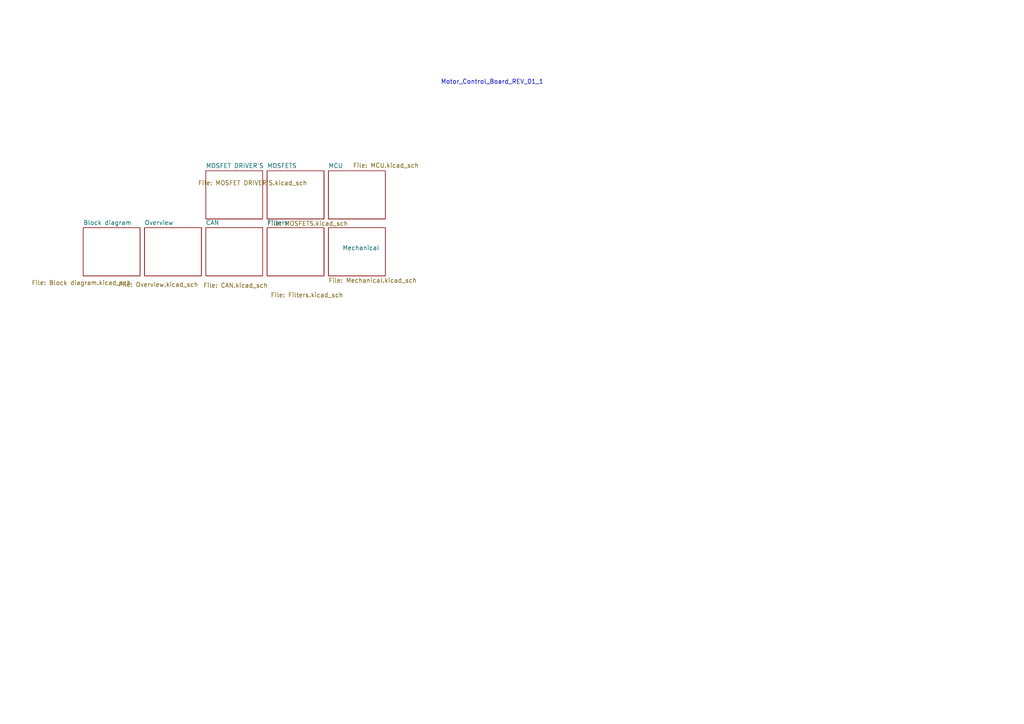
<source format=kicad_sch>
(kicad_sch
	(version 20250114)
	(generator "eeschema")
	(generator_version "9.0")
	(uuid "8869f42a-1e98-4283-8c98-f52860e80478")
	(paper "A4")
	(title_block
		(title "Motor_Control")
		(date "2025-02-22")
		(rev "01")
		(company "Ayoub")
		(comment 3 "ayoub.abbes39@gmail.com")
	)
	(lib_symbols)
	(text "Motor_Control_Board_REV_01_1"
		(exclude_from_sim no)
		(at 142.748 23.876 0)
		(effects
			(font
				(size 1.27 1.27)
			)
		)
		(uuid "cd770be3-814d-4ca5-8abd-1800d0e20bfd")
	)
	(sheet
		(at 59.69 66.04)
		(size 16.51 13.97)
		(exclude_from_sim no)
		(in_bom yes)
		(on_board yes)
		(dnp no)
		(stroke
			(width 0.1524)
			(type solid)
		)
		(fill
			(color 0 0 0 0.0000)
		)
		(uuid "20cb2828-2448-425f-9060-f935de7e5b9b")
		(property "Sheetname" "CAN"
			(at 59.69 65.3284 0)
			(effects
				(font
					(size 1.27 1.27)
				)
				(justify left bottom)
			)
		)
		(property "Sheetfile" "CAN.kicad_sch"
			(at 58.928 82.042 0)
			(effects
				(font
					(size 1.27 1.27)
				)
				(justify left top)
			)
		)
		(instances
			(project "Motorc_control"
				(path "/8869f42a-1e98-4283-8c98-f52860e80478"
					(page "5")
				)
			)
		)
	)
	(sheet
		(at 77.47 49.53)
		(size 16.51 13.97)
		(exclude_from_sim no)
		(in_bom yes)
		(on_board yes)
		(dnp no)
		(fields_autoplaced yes)
		(stroke
			(width 0.1524)
			(type solid)
		)
		(fill
			(color 0 0 0 0.0000)
		)
		(uuid "282b4983-4221-4526-8ed4-12b6807c5f0a")
		(property "Sheetname" "MOSFETS"
			(at 77.47 48.8184 0)
			(effects
				(font
					(size 1.27 1.27)
				)
				(justify left bottom)
			)
		)
		(property "Sheetfile" "MOSFETS.kicad_sch"
			(at 77.47 64.0846 0)
			(effects
				(font
					(size 1.27 1.27)
				)
				(justify left top)
			)
		)
		(instances
			(project "Motorc_control"
				(path "/8869f42a-1e98-4283-8c98-f52860e80478"
					(page "4")
				)
			)
		)
	)
	(sheet
		(at 59.69 49.53)
		(size 16.51 13.97)
		(exclude_from_sim no)
		(in_bom yes)
		(on_board yes)
		(dnp no)
		(stroke
			(width 0.1524)
			(type solid)
		)
		(fill
			(color 0 0 0 0.0000)
		)
		(uuid "3e53b80d-2388-49f1-abc5-5527fa2cc417")
		(property "Sheetname" "MOSFET DRIVER'S"
			(at 59.69 48.8184 0)
			(effects
				(font
					(size 1.27 1.27)
				)
				(justify left bottom)
			)
		)
		(property "Sheetfile" "MOSFET DRIVER'S.kicad_sch"
			(at 57.404 52.324 0)
			(effects
				(font
					(size 1.27 1.27)
				)
				(justify left top)
			)
		)
		(instances
			(project "Motorc_control"
				(path "/8869f42a-1e98-4283-8c98-f52860e80478"
					(page "3")
				)
			)
		)
	)
	(sheet
		(at 24.13 66.04)
		(size 16.51 13.97)
		(exclude_from_sim no)
		(in_bom yes)
		(on_board yes)
		(dnp no)
		(stroke
			(width 0.1524)
			(type solid)
		)
		(fill
			(color 0 0 0 0.0000)
		)
		(uuid "5b0c7059-e2fc-4d99-819b-1ac37c7c6613")
		(property "Sheetname" "Block diagram"
			(at 24.13 65.3284 0)
			(effects
				(font
					(size 1.27 1.27)
				)
				(justify left bottom)
			)
		)
		(property "Sheetfile" "Block diagram.kicad_sch"
			(at 9.144 81.28 0)
			(effects
				(font
					(size 1.27 1.27)
				)
				(justify left top)
			)
		)
		(instances
			(project "Motorc_control"
				(path "/8869f42a-1e98-4283-8c98-f52860e80478"
					(page "9")
				)
			)
		)
	)
	(sheet
		(at 41.91 66.04)
		(size 16.51 13.97)
		(exclude_from_sim no)
		(in_bom yes)
		(on_board yes)
		(dnp no)
		(stroke
			(width 0.1524)
			(type solid)
		)
		(fill
			(color 0 0 0 0.0000)
		)
		(uuid "a15fe9f3-5f3a-433a-b72a-d19de3f430b5")
		(property "Sheetname" "Overview"
			(at 41.91 65.3284 0)
			(effects
				(font
					(size 1.27 1.27)
				)
				(justify left bottom)
			)
		)
		(property "Sheetfile" "Overview.kicad_sch"
			(at 34.29 81.788 0)
			(effects
				(font
					(size 1.27 1.27)
				)
				(justify left top)
			)
		)
		(instances
			(project "Motorc_control"
				(path "/8869f42a-1e98-4283-8c98-f52860e80478"
					(page "8")
				)
			)
		)
	)
	(sheet
		(at 95.25 49.53)
		(size 16.51 13.97)
		(exclude_from_sim no)
		(in_bom yes)
		(on_board yes)
		(dnp no)
		(stroke
			(width 0.1524)
			(type solid)
		)
		(fill
			(color 0 0 0 0.0000)
		)
		(uuid "c1a887a8-029b-41e5-a08c-7b1b804c7016")
		(property "Sheetname" "MCU"
			(at 95.25 48.8184 0)
			(effects
				(font
					(size 1.27 1.27)
				)
				(justify left bottom)
			)
		)
		(property "Sheetfile" "MCU.kicad_sch"
			(at 102.362 47.244 0)
			(effects
				(font
					(size 1.27 1.27)
				)
				(justify left top)
			)
		)
		(instances
			(project "Motorc_control"
				(path "/8869f42a-1e98-4283-8c98-f52860e80478"
					(page "2")
				)
			)
		)
	)
	(sheet
		(at 95.25 66.04)
		(size 16.51 13.97)
		(exclude_from_sim no)
		(in_bom yes)
		(on_board yes)
		(dnp no)
		(stroke
			(width 0.1524)
			(type solid)
		)
		(fill
			(color 0 0 0 0.0000)
		)
		(uuid "cb33f354-651d-4ce0-98c0-e5518f9730d8")
		(property "Sheetname" "Mechanical"
			(at 99.314 72.644 0)
			(effects
				(font
					(size 1.27 1.27)
				)
				(justify left bottom)
			)
		)
		(property "Sheetfile" "Mechanical.kicad_sch"
			(at 95.25 80.5946 0)
			(effects
				(font
					(size 1.27 1.27)
				)
				(justify left top)
			)
		)
		(instances
			(project "Motorc_control"
				(path "/8869f42a-1e98-4283-8c98-f52860e80478"
					(page "7")
				)
			)
		)
	)
	(sheet
		(at 77.47 66.04)
		(size 16.51 13.97)
		(exclude_from_sim no)
		(in_bom yes)
		(on_board yes)
		(dnp no)
		(stroke
			(width 0.1524)
			(type solid)
		)
		(fill
			(color 0 0 0 0.0000)
		)
		(uuid "deab5c40-876c-4852-85f4-3d4a4e711fcf")
		(property "Sheetname" "Filters"
			(at 77.47 65.3284 0)
			(effects
				(font
					(size 1.27 1.27)
				)
				(justify left bottom)
			)
		)
		(property "Sheetfile" "Filters.kicad_sch"
			(at 78.486 84.836 0)
			(effects
				(font
					(size 1.27 1.27)
				)
				(justify left top)
			)
		)
		(instances
			(project "Motorc_control"
				(path "/8869f42a-1e98-4283-8c98-f52860e80478"
					(page "6")
				)
			)
		)
	)
	(sheet_instances
		(path "/"
			(page "1")
		)
	)
	(embedded_fonts no)
)

</source>
